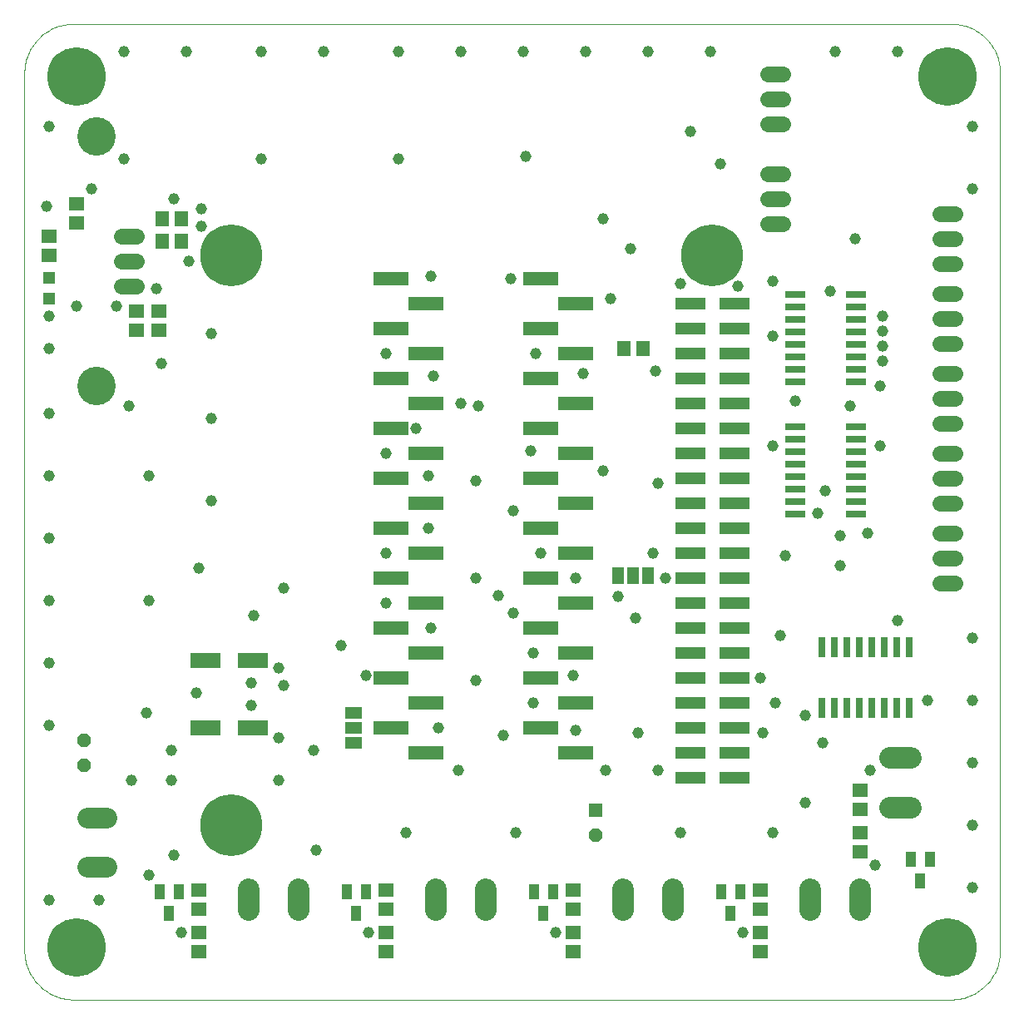
<source format=gts>
G75*
%MOIN*%
%OFA0B0*%
%FSLAX24Y24*%
%IPPOS*%
%LPD*%
%AMOC8*
5,1,8,0,0,1.08239X$1,22.5*
%
%ADD10C,0.0000*%
%ADD11R,0.1221X0.0591*%
%ADD12R,0.0631X0.0552*%
%ADD13R,0.0512X0.0512*%
%ADD14C,0.2340*%
%ADD15R,0.0552X0.0631*%
%ADD16C,0.0820*%
%ADD17R,0.0434X0.0591*%
%ADD18C,0.0865*%
%ADD19R,0.0840X0.0300*%
%ADD20C,0.0640*%
%ADD21OC8,0.0560*%
%ADD22C,0.2481*%
%ADD23R,0.1240X0.0490*%
%ADD24R,0.0555X0.0555*%
%ADD25OC8,0.0555*%
%ADD26C,0.1540*%
%ADD27R,0.1440X0.0540*%
%ADD28R,0.0300X0.0840*%
%ADD29R,0.0500X0.0670*%
%ADD30R,0.0670X0.0500*%
%ADD31C,0.0453*%
D10*
X000100Y002000D02*
X000100Y037231D01*
X000102Y037317D01*
X000107Y037403D01*
X000117Y037488D01*
X000130Y037573D01*
X000147Y037657D01*
X000167Y037741D01*
X000191Y037823D01*
X000219Y037904D01*
X000250Y037985D01*
X000284Y038063D01*
X000322Y038140D01*
X000364Y038216D01*
X000408Y038289D01*
X000456Y038360D01*
X000507Y038430D01*
X000561Y038497D01*
X000617Y038561D01*
X000677Y038623D01*
X000739Y038683D01*
X000803Y038739D01*
X000870Y038793D01*
X000940Y038844D01*
X001011Y038892D01*
X001085Y038936D01*
X001160Y038978D01*
X001237Y039016D01*
X001315Y039050D01*
X001396Y039081D01*
X001477Y039109D01*
X001559Y039133D01*
X001643Y039153D01*
X001727Y039170D01*
X001812Y039183D01*
X001897Y039193D01*
X001983Y039198D01*
X002069Y039200D01*
X037231Y039200D01*
X037317Y039198D01*
X037403Y039193D01*
X037488Y039183D01*
X037573Y039170D01*
X037657Y039153D01*
X037741Y039133D01*
X037823Y039109D01*
X037904Y039081D01*
X037985Y039050D01*
X038063Y039016D01*
X038140Y038978D01*
X038216Y038936D01*
X038289Y038892D01*
X038360Y038844D01*
X038430Y038793D01*
X038497Y038739D01*
X038561Y038683D01*
X038623Y038623D01*
X038683Y038561D01*
X038739Y038497D01*
X038793Y038430D01*
X038844Y038360D01*
X038892Y038289D01*
X038936Y038216D01*
X038978Y038140D01*
X039016Y038063D01*
X039050Y037985D01*
X039081Y037904D01*
X039109Y037823D01*
X039133Y037741D01*
X039153Y037657D01*
X039170Y037573D01*
X039183Y037488D01*
X039193Y037403D01*
X039198Y037317D01*
X039200Y037231D01*
X039200Y002069D01*
X039198Y001983D01*
X039193Y001897D01*
X039183Y001812D01*
X039170Y001727D01*
X039153Y001643D01*
X039133Y001559D01*
X039109Y001477D01*
X039081Y001396D01*
X039050Y001315D01*
X039016Y001237D01*
X038978Y001160D01*
X038936Y001084D01*
X038892Y001011D01*
X038844Y000940D01*
X038793Y000870D01*
X038739Y000803D01*
X038683Y000739D01*
X038623Y000677D01*
X038561Y000617D01*
X038497Y000561D01*
X038430Y000507D01*
X038360Y000456D01*
X038289Y000408D01*
X038216Y000364D01*
X038140Y000322D01*
X038063Y000284D01*
X037985Y000250D01*
X037904Y000219D01*
X037823Y000191D01*
X037741Y000167D01*
X037657Y000147D01*
X037573Y000130D01*
X037488Y000117D01*
X037403Y000107D01*
X037317Y000102D01*
X037231Y000100D01*
X002069Y000100D01*
X001983Y000102D01*
X001897Y000107D01*
X001812Y000117D01*
X001727Y000130D01*
X001643Y000147D01*
X001559Y000167D01*
X001477Y000191D01*
X001396Y000219D01*
X001315Y000250D01*
X001237Y000284D01*
X001160Y000322D01*
X001084Y000364D01*
X001011Y000408D01*
X000940Y000456D01*
X000870Y000507D01*
X000803Y000561D01*
X000739Y000617D01*
X000677Y000677D01*
X000617Y000739D01*
X000561Y000803D01*
X000507Y000870D01*
X000456Y000940D01*
X000408Y001011D01*
X000364Y001085D01*
X000322Y001160D01*
X000284Y001237D01*
X000250Y001315D01*
X000219Y001396D01*
X000191Y001477D01*
X000167Y001559D01*
X000147Y001643D01*
X000130Y001727D01*
X000117Y001812D01*
X000107Y001897D01*
X000102Y001983D01*
X000100Y002069D01*
D11*
X007355Y011000D03*
X009245Y011000D03*
X009245Y013700D03*
X007355Y013700D03*
D12*
X007100Y004474D03*
X007100Y003726D03*
X007100Y002774D03*
X007100Y002026D03*
X014600Y002026D03*
X014600Y002774D03*
X014600Y003726D03*
X014600Y004474D03*
X022100Y004474D03*
X022100Y003726D03*
X022100Y002774D03*
X022100Y002026D03*
X029600Y002026D03*
X029600Y002774D03*
X029600Y003726D03*
X029600Y004474D03*
X033600Y006026D03*
X033600Y006774D03*
X033600Y007726D03*
X033600Y008474D03*
X005500Y026926D03*
X005500Y027674D03*
X004600Y027674D03*
X004600Y026926D03*
X001100Y029926D03*
X001100Y030674D03*
X002200Y031226D03*
X002200Y031974D03*
D13*
X001100Y029013D03*
X001100Y028187D03*
D14*
X002200Y037100D03*
X037100Y037100D03*
X037100Y002200D03*
X002200Y002200D03*
D15*
X024126Y026200D03*
X024874Y026200D03*
X006374Y030500D03*
X005626Y030500D03*
X005626Y031400D03*
X006374Y031400D03*
D16*
X003390Y007390D02*
X002610Y007390D01*
X002610Y005410D02*
X003390Y005410D01*
D17*
X005526Y004433D03*
X006274Y004433D03*
X005900Y003567D03*
X013026Y004433D03*
X013774Y004433D03*
X013400Y003567D03*
X020526Y004433D03*
X021274Y004433D03*
X020900Y003567D03*
X028026Y004433D03*
X028774Y004433D03*
X028400Y003567D03*
X035626Y005733D03*
X036374Y005733D03*
X036000Y004867D03*
D18*
X033600Y004513D02*
X033600Y003688D01*
X031600Y003688D02*
X031600Y004513D01*
X034788Y007800D02*
X035613Y007800D01*
X035613Y009800D02*
X034788Y009800D01*
X026100Y004513D02*
X026100Y003688D01*
X024100Y003688D02*
X024100Y004513D01*
X018600Y004513D02*
X018600Y003688D01*
X016600Y003688D02*
X016600Y004513D01*
X011100Y004513D02*
X011100Y003688D01*
X009100Y003688D02*
X009100Y004513D01*
D19*
X030990Y019550D03*
X030990Y020050D03*
X030990Y020550D03*
X030990Y021050D03*
X030990Y021550D03*
X030990Y022050D03*
X030990Y022550D03*
X030990Y023050D03*
X030990Y024850D03*
X030990Y025350D03*
X030990Y025850D03*
X030990Y026350D03*
X030990Y026850D03*
X030990Y027350D03*
X030990Y027850D03*
X030990Y028350D03*
X033410Y028350D03*
X033410Y027850D03*
X033410Y027350D03*
X033410Y026850D03*
X033410Y026350D03*
X033410Y025850D03*
X033410Y025350D03*
X033410Y024850D03*
X033410Y023050D03*
X033410Y022550D03*
X033410Y022050D03*
X033410Y021550D03*
X033410Y021050D03*
X033410Y020550D03*
X033410Y020050D03*
X033410Y019550D03*
D20*
X036800Y020000D02*
X037400Y020000D01*
X037400Y021000D02*
X036800Y021000D01*
X036800Y022000D02*
X037400Y022000D01*
X037400Y023200D02*
X036800Y023200D01*
X036800Y024200D02*
X037400Y024200D01*
X037400Y025200D02*
X036800Y025200D01*
X036800Y026400D02*
X037400Y026400D01*
X037400Y027400D02*
X036800Y027400D01*
X036800Y028400D02*
X037400Y028400D01*
X037400Y029600D02*
X036800Y029600D01*
X036800Y030600D02*
X037400Y030600D01*
X037400Y031600D02*
X036800Y031600D01*
X030500Y031200D02*
X029900Y031200D01*
X029900Y032200D02*
X030500Y032200D01*
X030500Y033200D02*
X029900Y033200D01*
X029900Y035200D02*
X030500Y035200D01*
X030500Y036200D02*
X029900Y036200D01*
X029900Y037200D02*
X030500Y037200D01*
X036800Y018800D02*
X037400Y018800D01*
X037400Y017800D02*
X036800Y017800D01*
X036800Y016800D02*
X037400Y016800D01*
X004600Y028700D02*
X004000Y028700D01*
X004000Y029700D02*
X004600Y029700D01*
X004600Y030700D02*
X004000Y030700D01*
D21*
X002500Y010500D03*
X002500Y009500D03*
D22*
X008378Y007078D03*
X008378Y029913D03*
X027669Y029913D03*
D23*
X026800Y028000D03*
X026800Y027000D03*
X026800Y026000D03*
X026800Y025000D03*
X026800Y024000D03*
X026800Y023000D03*
X026800Y022000D03*
X026800Y021000D03*
X026800Y020000D03*
X026800Y019000D03*
X026800Y018000D03*
X026800Y017000D03*
X026800Y016000D03*
X026800Y015000D03*
X026800Y014000D03*
X026800Y013000D03*
X026800Y012000D03*
X026800Y011000D03*
X026800Y010000D03*
X026800Y009000D03*
X028550Y009000D03*
X028550Y010000D03*
X028550Y011000D03*
X028550Y012000D03*
X028550Y013000D03*
X028550Y014000D03*
X028550Y015000D03*
X028550Y016000D03*
X028550Y017000D03*
X028550Y018000D03*
X028550Y019000D03*
X028550Y020000D03*
X028550Y021000D03*
X028550Y022000D03*
X028550Y023000D03*
X028550Y024000D03*
X028550Y025000D03*
X028550Y026000D03*
X028550Y027000D03*
X028550Y028000D03*
D24*
X023000Y007700D03*
D25*
X023000Y006700D03*
D26*
X003000Y024700D03*
X003000Y034700D03*
D27*
X014800Y029000D03*
X016200Y028000D03*
X014800Y027000D03*
X016200Y026000D03*
X014800Y025000D03*
X016200Y024000D03*
X014800Y023000D03*
X016200Y022000D03*
X014800Y021000D03*
X016200Y020000D03*
X014800Y019000D03*
X016200Y018000D03*
X014800Y017000D03*
X016200Y016000D03*
X014800Y015000D03*
X016200Y014000D03*
X014800Y013000D03*
X016200Y012000D03*
X014800Y011000D03*
X016200Y010000D03*
X020800Y011000D03*
X022200Y010000D03*
X022200Y012000D03*
X020800Y013000D03*
X022200Y014000D03*
X020800Y015000D03*
X022200Y016000D03*
X020800Y017000D03*
X022200Y018000D03*
X020800Y019000D03*
X022200Y020000D03*
X020800Y021000D03*
X022200Y022000D03*
X020800Y023000D03*
X022200Y024000D03*
X020800Y025000D03*
X022200Y026000D03*
X020800Y027000D03*
X022200Y028000D03*
X020800Y029000D03*
D28*
X032050Y014210D03*
X032550Y014210D03*
X033050Y014210D03*
X033550Y014210D03*
X034050Y014210D03*
X034550Y014210D03*
X035050Y014210D03*
X035550Y014210D03*
X035550Y011790D03*
X035050Y011790D03*
X034550Y011790D03*
X034050Y011790D03*
X033550Y011790D03*
X033050Y011790D03*
X032550Y011790D03*
X032050Y011790D03*
D29*
X025100Y017100D03*
X024500Y017100D03*
X023900Y017100D03*
D30*
X013300Y011600D03*
X013300Y011000D03*
X013300Y010400D03*
D31*
X011700Y010100D03*
X010300Y010600D03*
X009200Y011900D03*
X009200Y012800D03*
X010300Y013400D03*
X010500Y012700D03*
X012800Y014300D03*
X013800Y013100D03*
X016400Y015000D03*
X014600Y016000D03*
X014600Y018000D03*
X016300Y019000D03*
X018200Y017000D03*
X019100Y016300D03*
X019700Y015600D03*
X020500Y014000D03*
X022100Y013100D03*
X020500Y012000D03*
X019300Y010700D03*
X017500Y009300D03*
X016700Y011000D03*
X018200Y012900D03*
X022200Y010900D03*
X023400Y009300D03*
X024700Y010800D03*
X025500Y009300D03*
X026400Y006800D03*
X030100Y006800D03*
X031400Y008000D03*
X032100Y010400D03*
X031400Y011500D03*
X030200Y012000D03*
X029600Y013000D03*
X030400Y014700D03*
X032800Y017500D03*
X032800Y018700D03*
X031900Y019600D03*
X032200Y020500D03*
X033900Y018800D03*
X030600Y017900D03*
X025800Y017000D03*
X025300Y018000D03*
X023900Y016263D03*
X024600Y015400D03*
X022200Y017000D03*
X020800Y018000D03*
X019700Y019700D03*
X018200Y020900D03*
X016300Y021100D03*
X014600Y022000D03*
X015800Y023000D03*
X017600Y024000D03*
X018300Y023900D03*
X016500Y025100D03*
X014600Y026000D03*
X016400Y029100D03*
X019600Y029000D03*
X020600Y026000D03*
X022500Y025200D03*
X025400Y025300D03*
X023600Y028200D03*
X024400Y030200D03*
X023300Y031400D03*
X020200Y033900D03*
X020100Y038100D03*
X022600Y038100D03*
X025100Y038100D03*
X027600Y038100D03*
X026800Y034900D03*
X028000Y033600D03*
X032600Y038100D03*
X035100Y038100D03*
X038100Y035100D03*
X038100Y032600D03*
X033400Y030600D03*
X032400Y028500D03*
X034500Y027500D03*
X034500Y026900D03*
X034500Y026300D03*
X034500Y025700D03*
X034400Y024700D03*
X033200Y023900D03*
X034400Y022300D03*
X031000Y024100D03*
X030100Y022300D03*
X025500Y020800D03*
X023300Y021300D03*
X020400Y022100D03*
X026400Y028800D03*
X028700Y028700D03*
X030100Y028900D03*
X030100Y026700D03*
X017600Y038100D03*
X015100Y038100D03*
X012100Y038100D03*
X009600Y038100D03*
X006600Y038100D03*
X004100Y038100D03*
X001100Y035100D03*
X002800Y032600D03*
X004100Y033800D03*
X006100Y032200D03*
X007200Y031800D03*
X007200Y031100D03*
X006700Y029700D03*
X005400Y028600D03*
X003800Y027900D03*
X002200Y027900D03*
X001100Y027500D03*
X001100Y026200D03*
X001100Y023600D03*
X001100Y021100D03*
X001100Y018600D03*
X001100Y016100D03*
X001100Y013600D03*
X001100Y011100D03*
X004400Y008900D03*
X006000Y008900D03*
X006000Y010100D03*
X005000Y011600D03*
X007000Y012400D03*
X009300Y015500D03*
X010500Y016600D03*
X007100Y017400D03*
X005100Y016100D03*
X007600Y020100D03*
X005100Y021100D03*
X007600Y023400D03*
X005600Y025600D03*
X004300Y023900D03*
X007600Y026800D03*
X001000Y031900D03*
X009600Y033800D03*
X015100Y033800D03*
X035100Y015300D03*
X038100Y014600D03*
X038100Y012100D03*
X036300Y012100D03*
X038100Y009600D03*
X038100Y007100D03*
X038100Y004600D03*
X034200Y005500D03*
X034000Y009300D03*
X029700Y010800D03*
X028900Y002800D03*
X021400Y002800D03*
X019800Y006800D03*
X015400Y006800D03*
X011800Y006100D03*
X010300Y008900D03*
X006100Y005900D03*
X005100Y005100D03*
X003100Y004100D03*
X001100Y004100D03*
X006400Y002800D03*
X013900Y002800D03*
M02*

</source>
